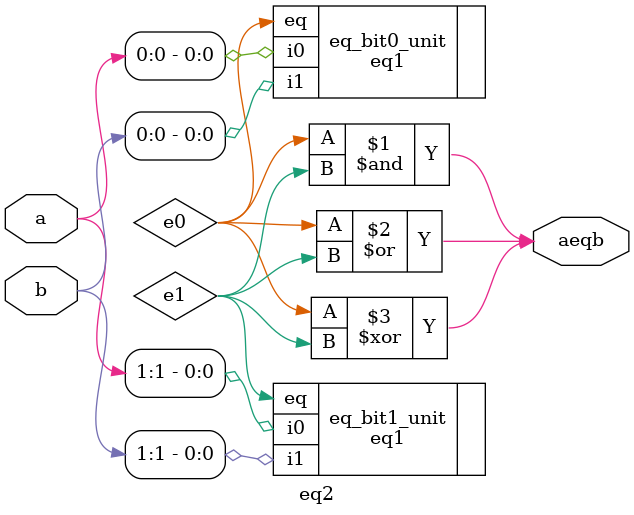
<source format=v>
module eq2
   (
    input  wire[1:0] a, b,
    output wire aeqb			// single bit output. Should be high if a adn b the same
   );

   // internal signal declaration, used to wire outpus of the 1 bit comparators
   wire e0, e1;

   // body
   // instantiate two 1-bit comparators that we already know are tested and work
   // named instantiation allows us to change order of ports.
   eq1 eq_bit0_unit (.i0(a[0]), .i1(b[0]), .eq(e0));
   eq1 eq_bit1_unit (.eq(e1), .i0(a[1]), .i1(b[1]));
   

   // a and b are equal if individual bits are equal, which comes from the 1-bit comparators
   assign aeqb = e0 & e1;
   assign aeqb = e0 | e1;
   assign aeqb = e0 ^ e1;
   

endmodule
</source>
